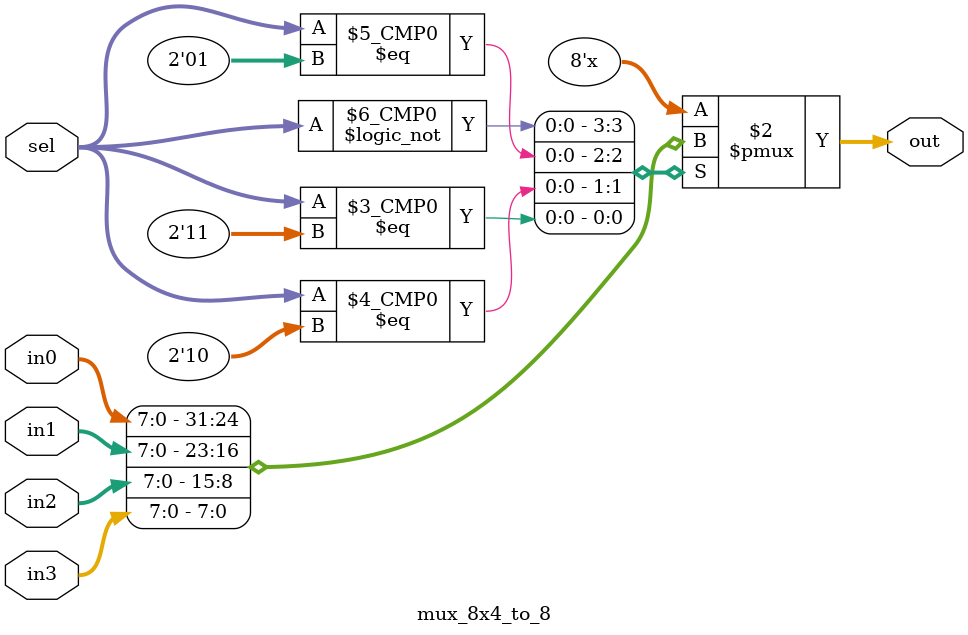
<source format=v>
module mux_8x4_to_8 (
    input  wire [7:0] in0,
    input  wire [7:0] in1,
    input  wire [7:0] in2,
    input  wire [7:0] in3,
    input  wire [1:0] sel,
    output reg  [7:0] out
);

    always @(*) begin
        case (sel)
            2'b00: out = in0;
            2'b01: out = in1;
            2'b10: out = in2;
            2'b11: out = in3;
            default: out = 8'h00;
        endcase
    end

endmodule

</source>
